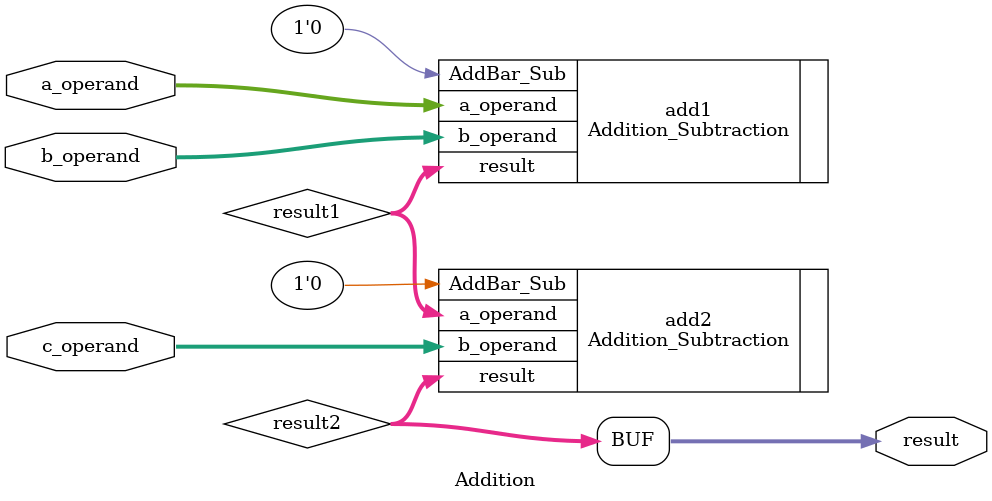
<source format=v>
`timescale 1ns / 1ps


module Addition(
    input [31:0] a_operand,
    input [31:0] b_operand,
    input [31:0] c_operand,
    output [31:0] result
    );
    
    wire [31:0] result1, result2;
    Addition_Subtraction add1(.a_operand(a_operand),.b_operand(b_operand),.AddBar_Sub(1'b0),.result(result1));
    Addition_Subtraction add2(.a_operand(result1),.b_operand(c_operand),.AddBar_Sub(1'b0),.result(result2));
    
    assign result = result2;
endmodule

</source>
